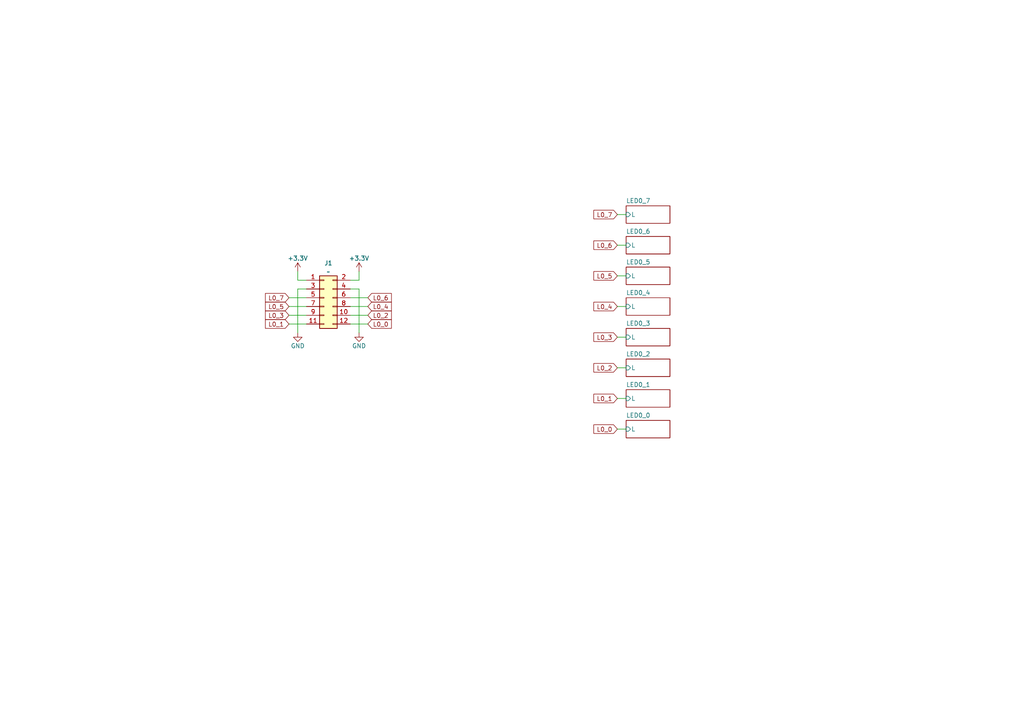
<source format=kicad_sch>
(kicad_sch (version 20211123) (generator eeschema)
  (paper "A4")
  (lib_symbols
    (symbol "Connector_Generic:Conn_02x06_Odd_Even" (pin_names (offset 1.016) hide)
      (property "Reference" "J" (at 1.27 7.62 0))
      (property "Value" "Conn_02x06_Odd_Even" (at 1.27 -10.16 0))
      (symbol "Conn_02x06_Odd_Even_1_1"
        (rectangle (start -1.27 -7.493) (end 0 -7.747) (stroke (width 0.1524)))
        (rectangle (start -1.27 -4.953) (end 0 -5.207) (stroke (width 0.1524)))
        (rectangle (start -1.27 -2.413) (end 0 -2.667) (stroke (width 0.1524)))
        (rectangle (start -1.27 0.127) (end 0 -0.127) (stroke (width 0.1524)))
        (rectangle (start -1.27 2.667) (end 0 2.413) (stroke (width 0.1524)))
        (rectangle (start -1.27 5.207) (end 0 4.953) (stroke (width 0.1524)))
        (rectangle (start -1.27 6.35) (end 3.81 -8.89) (stroke (width 0.254)) (fill (type background)))
        (rectangle (start 3.81 -7.493) (end 2.54 -7.747) (stroke (width 0.1524)))
        (rectangle (start 3.81 -4.953) (end 2.54 -5.207) (stroke (width 0.1524)))
        (rectangle (start 3.81 -2.413) (end 2.54 -2.667) (stroke (width 0.1524)))
        (rectangle (start 3.81 0.127) (end 2.54 -0.127) (stroke (width 0.1524)))
        (rectangle (start 3.81 2.667) (end 2.54 2.413) (stroke (width 0.1524)))
        (rectangle (start 3.81 5.207) (end 2.54 4.953) (stroke (width 0.1524)))
        (pin passive line (at -5.08 5.08 0) (length 3.81) (name "Pin_1") (number "1"))
        (pin passive line (at 7.62 -5.08 180) (length 3.81) (name "Pin_10") (number "10"))
        (pin passive line (at -5.08 -7.62 0) (length 3.81) (name "Pin_11") (number "11"))
        (pin passive line (at 7.62 -7.62 180) (length 3.81) (name "Pin_12") (number "12"))
        (pin passive line (at 7.62 5.08 180) (length 3.81) (name "Pin_2") (number "2"))
        (pin passive line (at -5.08 2.54 0) (length 3.81) (name "Pin_3") (number "3"))
        (pin passive line (at 7.62 2.54 180) (length 3.81) (name "Pin_4") (number "4"))
        (pin passive line (at -5.08 0 0) (length 3.81) (name "Pin_5") (number "5"))
        (pin passive line (at 7.62 0 180) (length 3.81) (name "Pin_6") (number "6"))
        (pin passive line (at -5.08 -2.54 0) (length 3.81) (name "Pin_7") (number "7"))
        (pin passive line (at 7.62 -2.54 180) (length 3.81) (name "Pin_8") (number "8"))
        (pin passive line (at -5.08 -5.08 0) (length 3.81) (name "Pin_9") (number "9"))
      )
    )
    (symbol "power:+3.3V" (power) (pin_names (offset 0))
      (property "Value" "+3.3V" (at 0 3.556 0))
      (symbol "+3.3V_0_1"
        (polyline (pts (xy -0.762 1.27) (xy 0 2.54)))
        (polyline (pts (xy 0 0) (xy 0 2.54)))
        (polyline (pts (xy 0 2.54) (xy 0.762 1.27)))
      )
      (symbol "+3.3V_1_1"
        (pin power_in line (at 0 0 90) (length 0) hide (name "+3.3V") (number "1"))
      )
    )
    (symbol "power:GND" (power) (pin_names (offset 0))
      (property "Value" "GND" (at 0 -3.81 0))
      (symbol "GND_0_1"
        (polyline (pts (xy 0 0) (xy 0 -1.27) (xy 1.27 -1.27) (xy 0 -2.54) (xy -1.27 -1.27) (xy 0 -1.27)))
      )
      (symbol "GND_1_1"
        (pin power_in line (at 0 0 270) (length 0) hide (name "GND") (number "1"))
      )
    )
  )
  (wire (pts (xy 86.36 83.82) (xy 86.36 96.52)))
  (wire (pts (xy 179.07 71.12) (xy 181.61 71.12)))
  (wire (pts (xy 179.07 106.68) (xy 181.61 106.68)))
  (wire (pts (xy 83.82 91.44) (xy 88.9 91.44)))
  (wire (pts (xy 101.6 88.9) (xy 106.68 88.9)))
  (wire (pts (xy 83.82 86.36) (xy 88.9 86.36)))
  (wire (pts (xy 179.07 97.79) (xy 181.61 97.79)))
  (wire (pts (xy 101.6 91.44) (xy 106.68 91.44)))
  (wire (pts (xy 104.14 78.74) (xy 104.14 81.28)))
  (wire (pts (xy 83.82 93.98) (xy 88.9 93.98)))
  (wire (pts (xy 179.07 124.46) (xy 181.61 124.46)))
  (wire (pts (xy 179.07 115.57) (xy 181.61 115.57)))
  (wire (pts (xy 86.36 78.74) (xy 86.36 81.28)))
  (wire (pts (xy 101.6 93.98) (xy 106.68 93.98)))
  (wire (pts (xy 101.6 83.82) (xy 104.14 83.82)))
  (wire (pts (xy 86.36 81.28) (xy 88.9 81.28)))
  (wire (pts (xy 88.9 83.82) (xy 86.36 83.82)))
  (wire (pts (xy 179.07 80.01) (xy 181.61 80.01)))
  (wire (pts (xy 104.14 83.82) (xy 104.14 96.52)))
  (wire (pts (xy 83.82 88.9) (xy 88.9 88.9)))
  (wire (pts (xy 101.6 86.36) (xy 106.68 86.36)))
  (wire (pts (xy 179.07 88.9) (xy 181.61 88.9)))
  (wire (pts (xy 179.07 62.23) (xy 181.61 62.23)))
  (wire (pts (xy 104.14 81.28) (xy 101.6 81.28)))
  (global_label "L0_0" (shape input) (at 106.68 93.98 0) (property "Intersheet References" "${INTERSHEET_REFS}" (effects hide)))
  (global_label "L0_5" (shape input) (at 83.82 88.9 180) (property "Intersheet References" "${INTERSHEET_REFS}" (effects hide)))
  (global_label "L0_2" (shape input) (at 179.07 106.68 180) (property "Intersheet References" "${INTERSHEET_REFS}" (effects hide)))
  (global_label "L0_7" (shape input) (at 83.82 86.36 180) (property "Intersheet References" "${INTERSHEET_REFS}" (effects hide)))
  (global_label "L0_7" (shape input) (at 179.07 62.23 180) (property "Intersheet References" "${INTERSHEET_REFS}" (effects hide)))
  (global_label "L0_4" (shape input) (at 106.68 88.9 0) (property "Intersheet References" "${INTERSHEET_REFS}" (effects hide)))
  (global_label "L0_3" (shape input) (at 83.82 91.44 180) (property "Intersheet References" "${INTERSHEET_REFS}" (effects hide)))
  (global_label "L0_2" (shape input) (at 106.68 91.44 0) (property "Intersheet References" "${INTERSHEET_REFS}" (effects hide)))
  (global_label "L0_5" (shape input) (at 179.07 80.01 180) (property "Intersheet References" "${INTERSHEET_REFS}" (effects hide)))
  (global_label "L0_6" (shape input) (at 106.68 86.36 0) (property "Intersheet References" "${INTERSHEET_REFS}" (effects hide)))
  (global_label "L0_1" (shape input) (at 179.07 115.57 180) (property "Intersheet References" "${INTERSHEET_REFS}" (effects hide)))
  (global_label "L0_3" (shape input) (at 179.07 97.79 180) (property "Intersheet References" "${INTERSHEET_REFS}" (effects hide)))
  (global_label "L0_6" (shape input) (at 179.07 71.12 180) (property "Intersheet References" "${INTERSHEET_REFS}" (effects hide)))
  (global_label "L0_4" (shape input) (at 179.07 88.9 180) (property "Intersheet References" "${INTERSHEET_REFS}" (effects hide)))
  (global_label "L0_1" (shape input) (at 83.82 93.98 180) (property "Intersheet References" "${INTERSHEET_REFS}" (effects hide)))
  (global_label "L0_0" (shape input) (at 179.07 124.46 180) (property "Intersheet References" "${INTERSHEET_REFS}" (effects hide)))
  (symbol (lib_id "Connector_Generic:Conn_02x06_Odd_Even") (at 93.98 86.36 0) (unit 1)
    (property "Reference" "J1" (at 95.25 76.3102 0))
    (property "Value" "~" (at 95.25 78.8471 0))
    (property "Footprint" "Connector_PinHeader_2.54mm:PinHeader_2x06_P2.54mm_Horizontal" (effects hide))
  )
  (symbol (lib_id "power:GND") (at 104.14 96.52 0) (unit 1)
    (property "Reference" "#PWR04" (effects hide))
    (property "Value" "GND" (at 104.14 100.33 0))
  )
  (symbol (lib_id "power:GND") (at 86.36 96.52 0) (unit 1)
    (property "Reference" "#PWR02" (effects hide))
    (property "Value" "GND" (at 86.36 100.33 0))
  )
  (symbol (lib_id "power:+3.3V") (at 86.36 78.74 0) (unit 1)
    (property "Reference" "#PWR01" (effects hide))
    (property "Value" "+3.3V" (at 86.36 74.93 0))
  )
  (symbol (lib_id "power:+3.3V") (at 104.14 78.74 0) (unit 1)
    (property "Reference" "#PWR03" (effects hide))
    (property "Value" "+3.3V" (at 104.14 74.93 0))
  )
  (sheet (at 181.61 113.03) (size 12.7 5.08) (stroke (width 0.1524))
    (property "Sheet name" "LED0_1" (at 181.61 112.3184 0) (effects (justify left bottom)))
    (property "Sheet file" "LED.kicad_sch" (effects hide))
    (pin "L" input (at 181.61 115.57 180))
  )
  (sheet (at 181.61 104.14) (size 12.7 5.08) (stroke (width 0.1524))
    (property "Sheet name" "LED0_2" (at 181.61 103.4284 0) (effects (justify left bottom)))
    (property "Sheet file" "LED.kicad_sch" (effects hide))
    (pin "L" input (at 181.61 106.68 180))
  )
  (sheet (at 181.61 68.58) (size 12.7 5.08) (stroke (width 0.1524))
    (property "Sheet name" "LED0_6" (at 181.61 67.8684 0) (effects (justify left bottom)))
    (property "Sheet file" "LED.kicad_sch" (effects hide))
    (pin "L" input (at 181.61 71.12 180))
  )
  (sheet (at 181.61 86.36) (size 12.7 5.08) (stroke (width 0.1524))
    (property "Sheet name" "LED0_4" (at 181.61 85.6484 0) (effects (justify left bottom)))
    (property "Sheet file" "LED.kicad_sch" (effects hide))
    (pin "L" input (at 181.61 88.9 180))
  )
  (sheet (at 181.61 77.47) (size 12.7 5.08) (stroke (width 0.1524))
    (property "Sheet name" "LED0_5" (at 181.61 76.7584 0) (effects (justify left bottom)))
    (property "Sheet file" "LED.kicad_sch" (effects hide))
    (pin "L" input (at 181.61 80.01 180))
  )
  (sheet (at 181.61 121.92) (size 12.7 5.08) (stroke (width 0.1524))
    (property "Sheet name" "LED0_0" (at 181.61 121.2084 0) (effects (justify left bottom)))
    (property "Sheet file" "LED.kicad_sch" (effects hide))
    (pin "L" input (at 181.61 124.46 180))
  )
  (sheet (at 181.61 59.69) (size 12.7 5.08) (stroke (width 0.1524))
    (property "Sheet name" "LED0_7" (at 181.61 58.9784 0) (effects (justify left bottom)))
    (property "Sheet file" "LED.kicad_sch" (effects hide))
    (pin "L" input (at 181.61 62.23 180))
  )
  (sheet (at 181.61 95.25) (size 12.7 5.08) (stroke (width 0.1524))
    (property "Sheet name" "LED0_3" (at 181.61 94.5384 0) (effects (justify left bottom)))
    (property "Sheet file" "LED.kicad_sch" (effects hide))
    (pin "L" input (at 181.61 97.79 180))
  )
)
</source>
